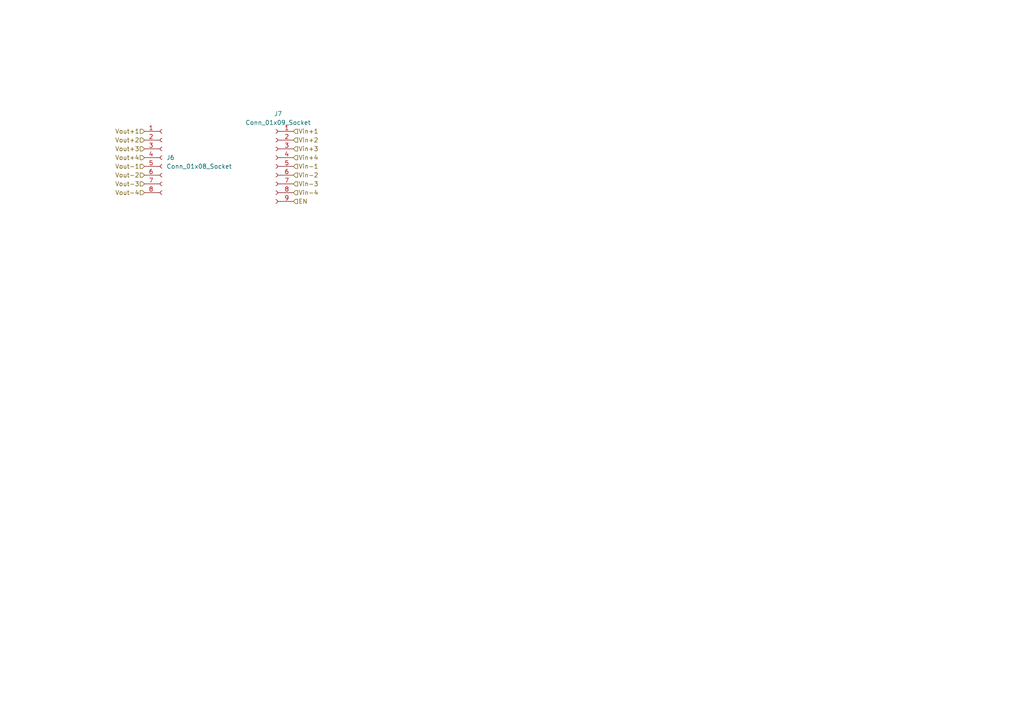
<source format=kicad_sch>
(kicad_sch (version 20231120) (generator "eeschema") (generator_version "8.0")
  (paper "A4")
  (lib_symbols
    (symbol "Connector:Conn_01x08_Socket" (pin_names (offset 1.016) hide)
      (property "Reference" "J" (at 0 10.16 0))
      (property "Value" "Conn_01x08_Socket" (at 0 -12.7 0))
      (symbol "Conn_01x08_Socket_1_1"
        (arc (start 0 -9.652) (mid -0.5058 -10.16) (end 0 -10.668) (stroke (width 0.1524)))
        (arc (start 0 -7.112) (mid -0.5058 -7.62) (end 0 -8.128) (stroke (width 0.1524)))
        (arc (start 0 -4.572) (mid -0.5058 -5.08) (end 0 -5.588) (stroke (width 0.1524)))
        (arc (start 0 -2.032) (mid -0.5058 -2.54) (end 0 -3.048) (stroke (width 0.1524)))
        (polyline (pts (xy -1.27 -10.16) (xy -0.508 -10.16)) (stroke (width 0.1524)))
        (polyline (pts (xy -1.27 -7.62) (xy -0.508 -7.62)) (stroke (width 0.1524)))
        (polyline (pts (xy -1.27 -5.08) (xy -0.508 -5.08)) (stroke (width 0.1524)))
        (polyline (pts (xy -1.27 -2.54) (xy -0.508 -2.54)) (stroke (width 0.1524)))
        (polyline (pts (xy -1.27 0) (xy -0.508 0)) (stroke (width 0.1524)))
        (polyline (pts (xy -1.27 2.54) (xy -0.508 2.54)) (stroke (width 0.1524)))
        (polyline (pts (xy -1.27 5.08) (xy -0.508 5.08)) (stroke (width 0.1524)))
        (polyline (pts (xy -1.27 7.62) (xy -0.508 7.62)) (stroke (width 0.1524)))
        (arc (start 0 0.508) (mid -0.5058 0) (end 0 -0.508) (stroke (width 0.1524)))
        (arc (start 0 3.048) (mid -0.5058 2.54) (end 0 2.032) (stroke (width 0.1524)))
        (arc (start 0 5.588) (mid -0.5058 5.08) (end 0 4.572) (stroke (width 0.1524)))
        (arc (start 0 8.128) (mid -0.5058 7.62) (end 0 7.112) (stroke (width 0.1524)))
        (pin passive line (at -5.08 7.62 0) (length 3.81) (name "Pin_1") (number "1"))
        (pin passive line (at -5.08 5.08 0) (length 3.81) (name "Pin_2") (number "2"))
        (pin passive line (at -5.08 2.54 0) (length 3.81) (name "Pin_3") (number "3"))
        (pin passive line (at -5.08 0 0) (length 3.81) (name "Pin_4") (number "4"))
        (pin passive line (at -5.08 -2.54 0) (length 3.81) (name "Pin_5") (number "5"))
        (pin passive line (at -5.08 -5.08 0) (length 3.81) (name "Pin_6") (number "6"))
        (pin passive line (at -5.08 -7.62 0) (length 3.81) (name "Pin_7") (number "7"))
        (pin passive line (at -5.08 -10.16 0) (length 3.81) (name "Pin_8") (number "8"))
      )
    )
    (symbol "Connector:Conn_01x09_Socket" (pin_names (offset 1.016) hide)
      (property "Reference" "J" (at 0 12.7 0))
      (property "Value" "Conn_01x09_Socket" (at 0 -12.7 0))
      (symbol "Conn_01x09_Socket_1_1"
        (arc (start 0 -9.652) (mid -0.5058 -10.16) (end 0 -10.668) (stroke (width 0.1524)))
        (arc (start 0 -7.112) (mid -0.5058 -7.62) (end 0 -8.128) (stroke (width 0.1524)))
        (arc (start 0 -4.572) (mid -0.5058 -5.08) (end 0 -5.588) (stroke (width 0.1524)))
        (arc (start 0 -2.032) (mid -0.5058 -2.54) (end 0 -3.048) (stroke (width 0.1524)))
        (polyline (pts (xy -1.27 -10.16) (xy -0.508 -10.16)) (stroke (width 0.1524)))
        (polyline (pts (xy -1.27 -7.62) (xy -0.508 -7.62)) (stroke (width 0.1524)))
        (polyline (pts (xy -1.27 -5.08) (xy -0.508 -5.08)) (stroke (width 0.1524)))
        (polyline (pts (xy -1.27 -2.54) (xy -0.508 -2.54)) (stroke (width 0.1524)))
        (polyline (pts (xy -1.27 0) (xy -0.508 0)) (stroke (width 0.1524)))
        (polyline (pts (xy -1.27 2.54) (xy -0.508 2.54)) (stroke (width 0.1524)))
        (polyline (pts (xy -1.27 5.08) (xy -0.508 5.08)) (stroke (width 0.1524)))
        (polyline (pts (xy -1.27 7.62) (xy -0.508 7.62)) (stroke (width 0.1524)))
        (polyline (pts (xy -1.27 10.16) (xy -0.508 10.16)) (stroke (width 0.1524)))
        (arc (start 0 0.508) (mid -0.5058 0) (end 0 -0.508) (stroke (width 0.1524)))
        (arc (start 0 3.048) (mid -0.5058 2.54) (end 0 2.032) (stroke (width 0.1524)))
        (arc (start 0 5.588) (mid -0.5058 5.08) (end 0 4.572) (stroke (width 0.1524)))
        (arc (start 0 8.128) (mid -0.5058 7.62) (end 0 7.112) (stroke (width 0.1524)))
        (arc (start 0 10.668) (mid -0.5058 10.16) (end 0 9.652) (stroke (width 0.1524)))
        (pin passive line (at -5.08 10.16 0) (length 3.81) (name "Pin_1") (number "1"))
        (pin passive line (at -5.08 7.62 0) (length 3.81) (name "Pin_2") (number "2"))
        (pin passive line (at -5.08 5.08 0) (length 3.81) (name "Pin_3") (number "3"))
        (pin passive line (at -5.08 2.54 0) (length 3.81) (name "Pin_4") (number "4"))
        (pin passive line (at -5.08 0 0) (length 3.81) (name "Pin_5") (number "5"))
        (pin passive line (at -5.08 -2.54 0) (length 3.81) (name "Pin_6") (number "6"))
        (pin passive line (at -5.08 -5.08 0) (length 3.81) (name "Pin_7") (number "7"))
        (pin passive line (at -5.08 -7.62 0) (length 3.81) (name "Pin_8") (number "8"))
        (pin passive line (at -5.08 -10.16 0) (length 3.81) (name "Pin_9") (number "9"))
      )
    )
  )
  (hierarchical_label "Vout-2" (shape input) (at 41.91 50.8 180))
  (hierarchical_label "Vout+1" (shape input) (at 41.91 38.1 180))
  (hierarchical_label "Vout-4" (shape input) (at 41.91 55.88 180))
  (hierarchical_label "EN" (shape input) (at 85.09 58.42 0))
  (hierarchical_label "Vout-3" (shape input) (at 41.91 53.34 180))
  (hierarchical_label "Vout+4" (shape input) (at 41.91 45.72 180))
  (hierarchical_label "Vin-3" (shape input) (at 85.09 53.34 0))
  (hierarchical_label "Vout-1" (shape input) (at 41.91 48.26 180))
  (hierarchical_label "Vout+3" (shape input) (at 41.91 43.18 180))
  (hierarchical_label "Vin-4" (shape input) (at 85.09 55.88 0))
  (hierarchical_label "Vin-1" (shape input) (at 85.09 48.26 0))
  (hierarchical_label "Vin+4" (shape input) (at 85.09 45.72 0))
  (hierarchical_label "Vin+3" (shape input) (at 85.09 43.18 0))
  (hierarchical_label "Vin+1" (shape input) (at 85.09 38.1 0))
  (hierarchical_label "Vin+2" (shape input) (at 85.09 40.64 0))
  (hierarchical_label "Vin-2" (shape input) (at 85.09 50.8 0))
  (hierarchical_label "Vout+2" (shape input) (at 41.91 40.64 180))
  (symbol (lib_id "Connector:Conn_01x09_Socket") (at 80.01 48.26 0) (mirror y) (unit 1)
    (property "Reference" "J7" (at 80.645 33.02 0))
    (property "Value" "Conn_01x09_Socket" (at 80.645 35.56 0))
  )
  (symbol (lib_id "Connector:Conn_01x08_Socket") (at 46.99 45.72 0) (unit 1)
    (property "Reference" "J6" (at 48.26 45.72 0) (effects (justify left)))
    (property "Value" "Conn_01x08_Socket" (at 48.26 48.26 0) (effects (justify left)))
  )
)
</source>
